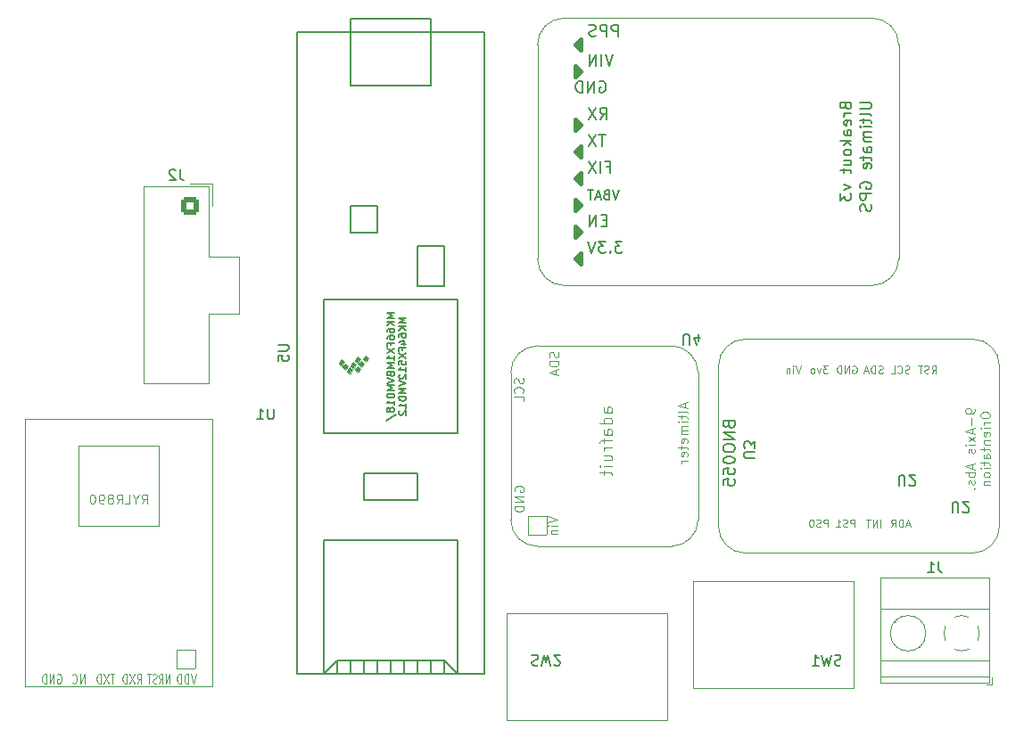
<source format=gbo>
%TF.GenerationSoftware,KiCad,Pcbnew,6.0.5-a6ca702e91~116~ubuntu20.04.1*%
%TF.CreationDate,2022-06-23T19:20:55+02:00*%
%TF.ProjectId,odb,6f64622e-6b69-4636-9164-5f7063625858,3*%
%TF.SameCoordinates,Original*%
%TF.FileFunction,Legend,Bot*%
%TF.FilePolarity,Positive*%
%FSLAX46Y46*%
G04 Gerber Fmt 4.6, Leading zero omitted, Abs format (unit mm)*
G04 Created by KiCad (PCBNEW 6.0.5-a6ca702e91~116~ubuntu20.04.1) date 2022-06-23 19:20:55*
%MOMM*%
%LPD*%
G01*
G04 APERTURE LIST*
G04 Aperture macros list*
%AMRoundRect*
0 Rectangle with rounded corners*
0 $1 Rounding radius*
0 $2 $3 $4 $5 $6 $7 $8 $9 X,Y pos of 4 corners*
0 Add a 4 corners polygon primitive as box body*
4,1,4,$2,$3,$4,$5,$6,$7,$8,$9,$2,$3,0*
0 Add four circle primitives for the rounded corners*
1,1,$1+$1,$2,$3*
1,1,$1+$1,$4,$5*
1,1,$1+$1,$6,$7*
1,1,$1+$1,$8,$9*
0 Add four rect primitives between the rounded corners*
20,1,$1+$1,$2,$3,$4,$5,0*
20,1,$1+$1,$4,$5,$6,$7,0*
20,1,$1+$1,$6,$7,$8,$9,0*
20,1,$1+$1,$8,$9,$2,$3,0*%
G04 Aperture macros list end*
%ADD10C,0.150000*%
%ADD11C,0.190500*%
%ADD12C,0.160020*%
%ADD13C,0.121920*%
%ADD14C,0.101600*%
%ADD15C,0.097536*%
%ADD16C,0.152400*%
%ADD17C,0.120000*%
%ADD18C,0.406400*%
%ADD19C,0.050000*%
%ADD20C,0.100000*%
%ADD21C,1.879600*%
%ADD22R,2.600000X2.600000*%
%ADD23C,2.600000*%
%ADD24R,1.600000X1.600000*%
%ADD25C,1.600000*%
%ADD26RoundRect,0.050800X0.889000X-0.889000X0.889000X0.889000X-0.889000X0.889000X-0.889000X-0.889000X0*%
%ADD27C,1.300000*%
%ADD28RoundRect,0.250000X0.600000X0.600000X-0.600000X0.600000X-0.600000X-0.600000X0.600000X-0.600000X0*%
%ADD29C,1.700000*%
%ADD30RoundRect,0.050800X-0.889000X-0.889000X0.889000X-0.889000X0.889000X0.889000X-0.889000X0.889000X0*%
%ADD31C,2.032000*%
G04 APERTURE END LIST*
D10*
%TO.C,SW1*%
X179133333Y-124229261D02*
X178990476Y-124276880D01*
X178752380Y-124276880D01*
X178657142Y-124229261D01*
X178609523Y-124181642D01*
X178561904Y-124086404D01*
X178561904Y-123991166D01*
X178609523Y-123895928D01*
X178657142Y-123848309D01*
X178752380Y-123800690D01*
X178942857Y-123753071D01*
X179038095Y-123705452D01*
X179085714Y-123657833D01*
X179133333Y-123562595D01*
X179133333Y-123467357D01*
X179085714Y-123372119D01*
X179038095Y-123324500D01*
X178942857Y-123276880D01*
X178704761Y-123276880D01*
X178561904Y-123324500D01*
X178228571Y-123276880D02*
X177990476Y-124276880D01*
X177800000Y-123562595D01*
X177609523Y-124276880D01*
X177371428Y-123276880D01*
X176466666Y-124276880D02*
X177038095Y-124276880D01*
X176752380Y-124276880D02*
X176752380Y-123276880D01*
X176847619Y-123419738D01*
X176942857Y-123514976D01*
X177038095Y-123562595D01*
%TO.C,SW2*%
X149853740Y-123333082D02*
X149996597Y-123285463D01*
X150234693Y-123285463D01*
X150329931Y-123333082D01*
X150377550Y-123380701D01*
X150425169Y-123475939D01*
X150425169Y-123571177D01*
X150377550Y-123666415D01*
X150329931Y-123714034D01*
X150234693Y-123761653D01*
X150044216Y-123809272D01*
X149948978Y-123856891D01*
X149901359Y-123904510D01*
X149853740Y-123999748D01*
X149853740Y-124094986D01*
X149901359Y-124190224D01*
X149948978Y-124237844D01*
X150044216Y-124285463D01*
X150282312Y-124285463D01*
X150425169Y-124237844D01*
X150758502Y-124285463D02*
X150996597Y-123285463D01*
X151187074Y-123999748D01*
X151377550Y-123285463D01*
X151615645Y-124285463D01*
X151948978Y-124190224D02*
X151996597Y-124237844D01*
X152091835Y-124285463D01*
X152329931Y-124285463D01*
X152425169Y-124237844D01*
X152472788Y-124190224D01*
X152520407Y-124094986D01*
X152520407Y-123999748D01*
X152472788Y-123856891D01*
X151901359Y-123285463D01*
X152520407Y-123285463D01*
%TO.C,J1*%
X188420333Y-114416880D02*
X188420333Y-115131166D01*
X188467952Y-115274023D01*
X188563190Y-115369261D01*
X188706047Y-115416880D01*
X188801285Y-115416880D01*
X187420333Y-115416880D02*
X187991761Y-115416880D01*
X187706047Y-115416880D02*
X187706047Y-114416880D01*
X187801285Y-114559738D01*
X187896523Y-114654976D01*
X187991761Y-114702595D01*
%TO.C,U4*%
X164211095Y-93812061D02*
X164211095Y-93002537D01*
X164258714Y-92907299D01*
X164306333Y-92859680D01*
X164401571Y-92812061D01*
X164592047Y-92812061D01*
X164687285Y-92859680D01*
X164734904Y-92907299D01*
X164782523Y-93002537D01*
X164782523Y-93812061D01*
X165687285Y-93478727D02*
X165687285Y-92812061D01*
X165449190Y-93859680D02*
X165211095Y-93145394D01*
X165830142Y-93145394D01*
D11*
X180987095Y-70785290D02*
X181860976Y-70785290D01*
X181963785Y-70836695D01*
X182015190Y-70888100D01*
X182066595Y-70990909D01*
X182066595Y-71196528D01*
X182015190Y-71299338D01*
X181963785Y-71350743D01*
X181860976Y-71402147D01*
X180987095Y-71402147D01*
X182066595Y-72070409D02*
X182015190Y-71967600D01*
X181912380Y-71916195D01*
X180987095Y-71916195D01*
X181346928Y-72327433D02*
X181346928Y-72738671D01*
X180987095Y-72481647D02*
X181912380Y-72481647D01*
X182015190Y-72533052D01*
X182066595Y-72635862D01*
X182066595Y-72738671D01*
X182066595Y-73098505D02*
X181346928Y-73098505D01*
X180987095Y-73098505D02*
X181038500Y-73047100D01*
X181089904Y-73098505D01*
X181038500Y-73149909D01*
X180987095Y-73098505D01*
X181089904Y-73098505D01*
X182066595Y-73612552D02*
X181346928Y-73612552D01*
X181449738Y-73612552D02*
X181398333Y-73663957D01*
X181346928Y-73766767D01*
X181346928Y-73920981D01*
X181398333Y-74023790D01*
X181501142Y-74075195D01*
X182066595Y-74075195D01*
X181501142Y-74075195D02*
X181398333Y-74126600D01*
X181346928Y-74229409D01*
X181346928Y-74383624D01*
X181398333Y-74486433D01*
X181501142Y-74537838D01*
X182066595Y-74537838D01*
X182066595Y-75514528D02*
X181501142Y-75514528D01*
X181398333Y-75463124D01*
X181346928Y-75360314D01*
X181346928Y-75154695D01*
X181398333Y-75051886D01*
X182015190Y-75514528D02*
X182066595Y-75411719D01*
X182066595Y-75154695D01*
X182015190Y-75051886D01*
X181912380Y-75000481D01*
X181809571Y-75000481D01*
X181706761Y-75051886D01*
X181655357Y-75154695D01*
X181655357Y-75411719D01*
X181603952Y-75514528D01*
X181346928Y-75874362D02*
X181346928Y-76285600D01*
X180987095Y-76028576D02*
X181912380Y-76028576D01*
X182015190Y-76079981D01*
X182066595Y-76182790D01*
X182066595Y-76285600D01*
X182015190Y-77056671D02*
X182066595Y-76953862D01*
X182066595Y-76748243D01*
X182015190Y-76645433D01*
X181912380Y-76594028D01*
X181501142Y-76594028D01*
X181398333Y-76645433D01*
X181346928Y-76748243D01*
X181346928Y-76953862D01*
X181398333Y-77056671D01*
X181501142Y-77108076D01*
X181603952Y-77108076D01*
X181706761Y-76594028D01*
X181038500Y-78958647D02*
X180987095Y-78855838D01*
X180987095Y-78701624D01*
X181038500Y-78547409D01*
X181141309Y-78444600D01*
X181244119Y-78393195D01*
X181449738Y-78341790D01*
X181603952Y-78341790D01*
X181809571Y-78393195D01*
X181912380Y-78444600D01*
X182015190Y-78547409D01*
X182066595Y-78701624D01*
X182066595Y-78804433D01*
X182015190Y-78958647D01*
X181963785Y-79010052D01*
X181603952Y-79010052D01*
X181603952Y-78804433D01*
X182066595Y-79472695D02*
X180987095Y-79472695D01*
X180987095Y-79883933D01*
X181038500Y-79986743D01*
X181089904Y-80038147D01*
X181192714Y-80089552D01*
X181346928Y-80089552D01*
X181449738Y-80038147D01*
X181501142Y-79986743D01*
X181552547Y-79883933D01*
X181552547Y-79472695D01*
X182015190Y-80500790D02*
X182066595Y-80655005D01*
X182066595Y-80912028D01*
X182015190Y-81014838D01*
X181963785Y-81066243D01*
X181860976Y-81117647D01*
X181758166Y-81117647D01*
X181655357Y-81066243D01*
X181603952Y-81014838D01*
X181552547Y-80912028D01*
X181501142Y-80706409D01*
X181449738Y-80603600D01*
X181398333Y-80552195D01*
X181295523Y-80500790D01*
X181192714Y-80500790D01*
X181089904Y-80552195D01*
X181038500Y-80603600D01*
X180987095Y-80706409D01*
X180987095Y-80963433D01*
X181038500Y-81117647D01*
D12*
X158109793Y-79106482D02*
X157807533Y-80013262D01*
X157505273Y-79106482D01*
X156900753Y-79538282D02*
X156771213Y-79581462D01*
X156728033Y-79624642D01*
X156684853Y-79711002D01*
X156684853Y-79840542D01*
X156728033Y-79926902D01*
X156771213Y-79970082D01*
X156857573Y-80013262D01*
X157203013Y-80013262D01*
X157203013Y-79106482D01*
X156900753Y-79106482D01*
X156814393Y-79149662D01*
X156771213Y-79192842D01*
X156728033Y-79279202D01*
X156728033Y-79365562D01*
X156771213Y-79451922D01*
X156814393Y-79495102D01*
X156900753Y-79538282D01*
X157203013Y-79538282D01*
X156339413Y-79754182D02*
X155907613Y-79754182D01*
X156425773Y-80013262D02*
X156123513Y-79106482D01*
X155821253Y-80013262D01*
X155648533Y-79106482D02*
X155130373Y-79106482D01*
X155389453Y-80013262D02*
X155389453Y-79106482D01*
D11*
X156261253Y-68816942D02*
X156364063Y-68765537D01*
X156518277Y-68765537D01*
X156672491Y-68816942D01*
X156775301Y-68919751D01*
X156826705Y-69022561D01*
X156878110Y-69228180D01*
X156878110Y-69382394D01*
X156826705Y-69588013D01*
X156775301Y-69690822D01*
X156672491Y-69793632D01*
X156518277Y-69845037D01*
X156415467Y-69845037D01*
X156261253Y-69793632D01*
X156209848Y-69742227D01*
X156209848Y-69382394D01*
X156415467Y-69382394D01*
X155747205Y-69845037D02*
X155747205Y-68765537D01*
X155130348Y-69845037D01*
X155130348Y-68765537D01*
X154616301Y-69845037D02*
X154616301Y-68765537D01*
X154359277Y-68765537D01*
X154205063Y-68816942D01*
X154102253Y-68919751D01*
X154050848Y-69022561D01*
X153999444Y-69228180D01*
X153999444Y-69382394D01*
X154050848Y-69588013D01*
X154102253Y-69690822D01*
X154205063Y-69793632D01*
X154359277Y-69845037D01*
X154616301Y-69845037D01*
X179596142Y-71145124D02*
X179647547Y-71299338D01*
X179698952Y-71350743D01*
X179801761Y-71402147D01*
X179955976Y-71402147D01*
X180058785Y-71350743D01*
X180110190Y-71299338D01*
X180161595Y-71196528D01*
X180161595Y-70785290D01*
X179082095Y-70785290D01*
X179082095Y-71145124D01*
X179133500Y-71247933D01*
X179184904Y-71299338D01*
X179287714Y-71350743D01*
X179390523Y-71350743D01*
X179493333Y-71299338D01*
X179544738Y-71247933D01*
X179596142Y-71145124D01*
X179596142Y-70785290D01*
X180161595Y-71864790D02*
X179441928Y-71864790D01*
X179647547Y-71864790D02*
X179544738Y-71916195D01*
X179493333Y-71967600D01*
X179441928Y-72070409D01*
X179441928Y-72173219D01*
X180110190Y-72944290D02*
X180161595Y-72841481D01*
X180161595Y-72635862D01*
X180110190Y-72533052D01*
X180007380Y-72481647D01*
X179596142Y-72481647D01*
X179493333Y-72533052D01*
X179441928Y-72635862D01*
X179441928Y-72841481D01*
X179493333Y-72944290D01*
X179596142Y-72995695D01*
X179698952Y-72995695D01*
X179801761Y-72481647D01*
X180161595Y-73920981D02*
X179596142Y-73920981D01*
X179493333Y-73869576D01*
X179441928Y-73766767D01*
X179441928Y-73561147D01*
X179493333Y-73458338D01*
X180110190Y-73920981D02*
X180161595Y-73818171D01*
X180161595Y-73561147D01*
X180110190Y-73458338D01*
X180007380Y-73406933D01*
X179904571Y-73406933D01*
X179801761Y-73458338D01*
X179750357Y-73561147D01*
X179750357Y-73818171D01*
X179698952Y-73920981D01*
X180161595Y-74435028D02*
X179082095Y-74435028D01*
X179750357Y-74537838D02*
X180161595Y-74846267D01*
X179441928Y-74846267D02*
X179853166Y-74435028D01*
X180161595Y-75463124D02*
X180110190Y-75360314D01*
X180058785Y-75308909D01*
X179955976Y-75257505D01*
X179647547Y-75257505D01*
X179544738Y-75308909D01*
X179493333Y-75360314D01*
X179441928Y-75463124D01*
X179441928Y-75617338D01*
X179493333Y-75720147D01*
X179544738Y-75771552D01*
X179647547Y-75822957D01*
X179955976Y-75822957D01*
X180058785Y-75771552D01*
X180110190Y-75720147D01*
X180161595Y-75617338D01*
X180161595Y-75463124D01*
X179441928Y-76748243D02*
X180161595Y-76748243D01*
X179441928Y-76285600D02*
X180007380Y-76285600D01*
X180110190Y-76337005D01*
X180161595Y-76439814D01*
X180161595Y-76594028D01*
X180110190Y-76696838D01*
X180058785Y-76748243D01*
X179441928Y-77108076D02*
X179441928Y-77519314D01*
X179082095Y-77262290D02*
X180007380Y-77262290D01*
X180110190Y-77313695D01*
X180161595Y-77416505D01*
X180161595Y-77519314D01*
X179441928Y-78598814D02*
X180161595Y-78855838D01*
X179441928Y-79112862D01*
X179082095Y-79421290D02*
X179082095Y-80089552D01*
X179493333Y-79729719D01*
X179493333Y-79883933D01*
X179544738Y-79986743D01*
X179596142Y-80038147D01*
X179698952Y-80089552D01*
X179955976Y-80089552D01*
X180058785Y-80038147D01*
X180110190Y-79986743D01*
X180161595Y-79883933D01*
X180161595Y-79575505D01*
X180110190Y-79472695D01*
X180058785Y-79421290D01*
X157531253Y-66225537D02*
X157171420Y-67305037D01*
X156811586Y-66225537D01*
X156451753Y-67305037D02*
X156451753Y-66225537D01*
X155937705Y-67305037D02*
X155937705Y-66225537D01*
X155320848Y-67305037D01*
X155320848Y-66225537D01*
X156914396Y-76899584D02*
X157274229Y-76899584D01*
X157274229Y-77465037D02*
X157274229Y-76385537D01*
X156760182Y-76385537D01*
X156348944Y-77465037D02*
X156348944Y-76385537D01*
X155937705Y-76385537D02*
X155218039Y-77465037D01*
X155218039Y-76385537D02*
X155937705Y-77465037D01*
X157993896Y-64511037D02*
X157993896Y-63431537D01*
X157582658Y-63431537D01*
X157479848Y-63482942D01*
X157428444Y-63534346D01*
X157377039Y-63637156D01*
X157377039Y-63791370D01*
X157428444Y-63894180D01*
X157479848Y-63945584D01*
X157582658Y-63996989D01*
X157993896Y-63996989D01*
X156914396Y-64511037D02*
X156914396Y-63431537D01*
X156503158Y-63431537D01*
X156400348Y-63482942D01*
X156348944Y-63534346D01*
X156297539Y-63637156D01*
X156297539Y-63791370D01*
X156348944Y-63894180D01*
X156400348Y-63945584D01*
X156503158Y-63996989D01*
X156914396Y-63996989D01*
X155886301Y-64459632D02*
X155732086Y-64511037D01*
X155475063Y-64511037D01*
X155372253Y-64459632D01*
X155320848Y-64408227D01*
X155269444Y-64305418D01*
X155269444Y-64202608D01*
X155320848Y-64099799D01*
X155372253Y-64048394D01*
X155475063Y-63996989D01*
X155680682Y-63945584D01*
X155783491Y-63894180D01*
X155834896Y-63842775D01*
X155886301Y-63739965D01*
X155886301Y-63637156D01*
X155834896Y-63534346D01*
X155783491Y-63482942D01*
X155680682Y-63431537D01*
X155423658Y-63431537D01*
X155269444Y-63482942D01*
X156811586Y-73845537D02*
X156194729Y-73845537D01*
X156503158Y-74925037D02*
X156503158Y-73845537D01*
X155937705Y-73845537D02*
X155218039Y-74925037D01*
X155218039Y-73845537D02*
X155937705Y-74925037D01*
X156297539Y-72385037D02*
X156657372Y-71870989D01*
X156914396Y-72385037D02*
X156914396Y-71305537D01*
X156503158Y-71305537D01*
X156400348Y-71356942D01*
X156348944Y-71408346D01*
X156297539Y-71511156D01*
X156297539Y-71665370D01*
X156348944Y-71768180D01*
X156400348Y-71819584D01*
X156503158Y-71870989D01*
X156914396Y-71870989D01*
X155937705Y-71305537D02*
X155218039Y-72385037D01*
X155218039Y-71305537D02*
X155937705Y-72385037D01*
X158405134Y-84005537D02*
X157736872Y-84005537D01*
X158096705Y-84416775D01*
X157942491Y-84416775D01*
X157839682Y-84468180D01*
X157788277Y-84519584D01*
X157736872Y-84622394D01*
X157736872Y-84879418D01*
X157788277Y-84982227D01*
X157839682Y-85033632D01*
X157942491Y-85085037D01*
X158250920Y-85085037D01*
X158353729Y-85033632D01*
X158405134Y-84982227D01*
X157274229Y-84982227D02*
X157222825Y-85033632D01*
X157274229Y-85085037D01*
X157325634Y-85033632D01*
X157274229Y-84982227D01*
X157274229Y-85085037D01*
X156862991Y-84005537D02*
X156194729Y-84005537D01*
X156554563Y-84416775D01*
X156400348Y-84416775D01*
X156297539Y-84468180D01*
X156246134Y-84519584D01*
X156194729Y-84622394D01*
X156194729Y-84879418D01*
X156246134Y-84982227D01*
X156297539Y-85033632D01*
X156400348Y-85085037D01*
X156708777Y-85085037D01*
X156811586Y-85033632D01*
X156862991Y-84982227D01*
X155886301Y-84005537D02*
X155526467Y-85085037D01*
X155166634Y-84005537D01*
X156914396Y-81979584D02*
X156554563Y-81979584D01*
X156400348Y-82545037D02*
X156914396Y-82545037D01*
X156914396Y-81465537D01*
X156400348Y-81465537D01*
X155937705Y-82545037D02*
X155937705Y-81465537D01*
X155320848Y-82545037D01*
X155320848Y-81465537D01*
D10*
%TO.C,U5*%
X125746447Y-93822537D02*
X126555971Y-93822537D01*
X126651209Y-93870156D01*
X126698828Y-93917775D01*
X126746447Y-94013013D01*
X126746447Y-94203489D01*
X126698828Y-94298727D01*
X126651209Y-94346346D01*
X126555971Y-94393965D01*
X125746447Y-94393965D01*
X125746447Y-95346346D02*
X125746447Y-94870156D01*
X126222638Y-94822537D01*
X126175019Y-94870156D01*
X126127400Y-94965394D01*
X126127400Y-95203489D01*
X126175019Y-95298727D01*
X126222638Y-95346346D01*
X126317876Y-95393965D01*
X126555971Y-95393965D01*
X126651209Y-95346346D01*
X126698828Y-95298727D01*
X126746447Y-95203489D01*
X126746447Y-94965394D01*
X126698828Y-94870156D01*
X126651209Y-94822537D01*
X137913733Y-91254442D02*
X137213733Y-91254442D01*
X137713733Y-91487775D01*
X137213733Y-91721108D01*
X137913733Y-91721108D01*
X137913733Y-92054442D02*
X137213733Y-92054442D01*
X137913733Y-92454442D02*
X137513733Y-92154442D01*
X137213733Y-92454442D02*
X137613733Y-92054442D01*
X137213733Y-93054442D02*
X137213733Y-92921108D01*
X137247067Y-92854442D01*
X137280400Y-92821108D01*
X137380400Y-92754442D01*
X137513733Y-92721108D01*
X137780400Y-92721108D01*
X137847067Y-92754442D01*
X137880400Y-92787775D01*
X137913733Y-92854442D01*
X137913733Y-92987775D01*
X137880400Y-93054442D01*
X137847067Y-93087775D01*
X137780400Y-93121108D01*
X137613733Y-93121108D01*
X137547067Y-93087775D01*
X137513733Y-93054442D01*
X137480400Y-92987775D01*
X137480400Y-92854442D01*
X137513733Y-92787775D01*
X137547067Y-92754442D01*
X137613733Y-92721108D01*
X137447067Y-93721108D02*
X137913733Y-93721108D01*
X137180400Y-93554442D02*
X137680400Y-93387775D01*
X137680400Y-93821108D01*
X137547067Y-94321108D02*
X137547067Y-94087775D01*
X137913733Y-94087775D02*
X137213733Y-94087775D01*
X137213733Y-94421108D01*
X137213733Y-94621108D02*
X137913733Y-95087775D01*
X137213733Y-95087775D02*
X137913733Y-94621108D01*
X137213733Y-95687775D02*
X137213733Y-95354442D01*
X137547067Y-95321108D01*
X137513733Y-95354442D01*
X137480400Y-95421108D01*
X137480400Y-95587775D01*
X137513733Y-95654442D01*
X137547067Y-95687775D01*
X137613733Y-95721108D01*
X137780400Y-95721108D01*
X137847067Y-95687775D01*
X137880400Y-95654442D01*
X137913733Y-95587775D01*
X137913733Y-95421108D01*
X137880400Y-95354442D01*
X137847067Y-95321108D01*
X137913733Y-96387775D02*
X137913733Y-95987775D01*
X137913733Y-96187775D02*
X137213733Y-96187775D01*
X137313733Y-96121108D01*
X137380400Y-96054442D01*
X137413733Y-95987775D01*
X137280400Y-96654442D02*
X137247067Y-96687775D01*
X137213733Y-96754442D01*
X137213733Y-96921108D01*
X137247067Y-96987775D01*
X137280400Y-97021108D01*
X137347067Y-97054442D01*
X137413733Y-97054442D01*
X137513733Y-97021108D01*
X137913733Y-96621108D01*
X137913733Y-97054442D01*
X137213733Y-97254442D02*
X137913733Y-97487775D01*
X137213733Y-97721108D01*
X137913733Y-97954442D02*
X137213733Y-97954442D01*
X137713733Y-98187775D01*
X137213733Y-98421108D01*
X137913733Y-98421108D01*
X137913733Y-98754442D02*
X137213733Y-98754442D01*
X137213733Y-98921108D01*
X137247067Y-99021108D01*
X137313733Y-99087775D01*
X137380400Y-99121108D01*
X137513733Y-99154442D01*
X137613733Y-99154442D01*
X137747067Y-99121108D01*
X137813733Y-99087775D01*
X137880400Y-99021108D01*
X137913733Y-98921108D01*
X137913733Y-98754442D01*
X137913733Y-99821108D02*
X137913733Y-99421108D01*
X137913733Y-99621108D02*
X137213733Y-99621108D01*
X137313733Y-99554442D01*
X137380400Y-99487775D01*
X137413733Y-99421108D01*
X137280400Y-100087775D02*
X137247067Y-100121108D01*
X137213733Y-100187775D01*
X137213733Y-100354442D01*
X137247067Y-100421108D01*
X137280400Y-100454442D01*
X137347067Y-100487775D01*
X137413733Y-100487775D01*
X137513733Y-100454442D01*
X137913733Y-100054442D01*
X137913733Y-100487775D01*
X136770733Y-90804442D02*
X136070733Y-90804442D01*
X136570733Y-91037775D01*
X136070733Y-91271108D01*
X136770733Y-91271108D01*
X136770733Y-91604442D02*
X136070733Y-91604442D01*
X136770733Y-92004442D02*
X136370733Y-91704442D01*
X136070733Y-92004442D02*
X136470733Y-91604442D01*
X136070733Y-92604442D02*
X136070733Y-92471108D01*
X136104067Y-92404442D01*
X136137400Y-92371108D01*
X136237400Y-92304442D01*
X136370733Y-92271108D01*
X136637400Y-92271108D01*
X136704067Y-92304442D01*
X136737400Y-92337775D01*
X136770733Y-92404442D01*
X136770733Y-92537775D01*
X136737400Y-92604442D01*
X136704067Y-92637775D01*
X136637400Y-92671108D01*
X136470733Y-92671108D01*
X136404067Y-92637775D01*
X136370733Y-92604442D01*
X136337400Y-92537775D01*
X136337400Y-92404442D01*
X136370733Y-92337775D01*
X136404067Y-92304442D01*
X136470733Y-92271108D01*
X136070733Y-93271108D02*
X136070733Y-93137775D01*
X136104067Y-93071108D01*
X136137400Y-93037775D01*
X136237400Y-92971108D01*
X136370733Y-92937775D01*
X136637400Y-92937775D01*
X136704067Y-92971108D01*
X136737400Y-93004442D01*
X136770733Y-93071108D01*
X136770733Y-93204442D01*
X136737400Y-93271108D01*
X136704067Y-93304442D01*
X136637400Y-93337775D01*
X136470733Y-93337775D01*
X136404067Y-93304442D01*
X136370733Y-93271108D01*
X136337400Y-93204442D01*
X136337400Y-93071108D01*
X136370733Y-93004442D01*
X136404067Y-92971108D01*
X136470733Y-92937775D01*
X136404067Y-93871108D02*
X136404067Y-93637775D01*
X136770733Y-93637775D02*
X136070733Y-93637775D01*
X136070733Y-93971108D01*
X136070733Y-94171108D02*
X136770733Y-94637775D01*
X136070733Y-94637775D02*
X136770733Y-94171108D01*
X136770733Y-95271108D02*
X136770733Y-94871108D01*
X136770733Y-95071108D02*
X136070733Y-95071108D01*
X136170733Y-95004442D01*
X136237400Y-94937775D01*
X136270733Y-94871108D01*
X136770733Y-95571108D02*
X136070733Y-95571108D01*
X136570733Y-95804442D01*
X136070733Y-96037775D01*
X136770733Y-96037775D01*
X136404067Y-96604442D02*
X136437400Y-96704442D01*
X136470733Y-96737775D01*
X136537400Y-96771108D01*
X136637400Y-96771108D01*
X136704067Y-96737775D01*
X136737400Y-96704442D01*
X136770733Y-96637775D01*
X136770733Y-96371108D01*
X136070733Y-96371108D01*
X136070733Y-96604442D01*
X136104067Y-96671108D01*
X136137400Y-96704442D01*
X136204067Y-96737775D01*
X136270733Y-96737775D01*
X136337400Y-96704442D01*
X136370733Y-96671108D01*
X136404067Y-96604442D01*
X136404067Y-96371108D01*
X136070733Y-96971108D02*
X136770733Y-97204442D01*
X136070733Y-97437775D01*
X136770733Y-97671108D02*
X136070733Y-97671108D01*
X136570733Y-97904442D01*
X136070733Y-98137775D01*
X136770733Y-98137775D01*
X136770733Y-98471108D02*
X136070733Y-98471108D01*
X136070733Y-98637775D01*
X136104067Y-98737775D01*
X136170733Y-98804442D01*
X136237400Y-98837775D01*
X136370733Y-98871108D01*
X136470733Y-98871108D01*
X136604067Y-98837775D01*
X136670733Y-98804442D01*
X136737400Y-98737775D01*
X136770733Y-98637775D01*
X136770733Y-98471108D01*
X136770733Y-99537775D02*
X136770733Y-99137775D01*
X136770733Y-99337775D02*
X136070733Y-99337775D01*
X136170733Y-99271108D01*
X136237400Y-99204442D01*
X136270733Y-99137775D01*
X136370733Y-99937775D02*
X136337400Y-99871108D01*
X136304067Y-99837775D01*
X136237400Y-99804442D01*
X136204067Y-99804442D01*
X136137400Y-99837775D01*
X136104067Y-99871108D01*
X136070733Y-99937775D01*
X136070733Y-100071108D01*
X136104067Y-100137775D01*
X136137400Y-100171108D01*
X136204067Y-100204442D01*
X136237400Y-100204442D01*
X136304067Y-100171108D01*
X136337400Y-100137775D01*
X136370733Y-100071108D01*
X136370733Y-99937775D01*
X136404067Y-99871108D01*
X136437400Y-99837775D01*
X136504067Y-99804442D01*
X136637400Y-99804442D01*
X136704067Y-99837775D01*
X136737400Y-99871108D01*
X136770733Y-99937775D01*
X136770733Y-100071108D01*
X136737400Y-100137775D01*
X136704067Y-100171108D01*
X136637400Y-100204442D01*
X136504067Y-100204442D01*
X136437400Y-100171108D01*
X136404067Y-100137775D01*
X136370733Y-100071108D01*
X136037400Y-101004442D02*
X136937400Y-100404442D01*
%TO.C,U1*%
X125348904Y-99896880D02*
X125348904Y-100706404D01*
X125301285Y-100801642D01*
X125253666Y-100849261D01*
X125158428Y-100896880D01*
X124967952Y-100896880D01*
X124872714Y-100849261D01*
X124825095Y-100801642D01*
X124777476Y-100706404D01*
X124777476Y-99896880D01*
X123777476Y-100896880D02*
X124348904Y-100896880D01*
X124063190Y-100896880D02*
X124063190Y-99896880D01*
X124158428Y-100039738D01*
X124253666Y-100134976D01*
X124348904Y-100182595D01*
D13*
X107357000Y-125990912D02*
X107357000Y-125096832D01*
X106957000Y-125990912D01*
X106957000Y-125096832D01*
X106223666Y-125905762D02*
X106257000Y-125948337D01*
X106357000Y-125990912D01*
X106423666Y-125990912D01*
X106523666Y-125948337D01*
X106590333Y-125863187D01*
X106623666Y-125778036D01*
X106657000Y-125607735D01*
X106657000Y-125480009D01*
X106623666Y-125309708D01*
X106590333Y-125224558D01*
X106523666Y-125139408D01*
X106423666Y-125096832D01*
X106357000Y-125096832D01*
X106257000Y-125139408D01*
X106223666Y-125181983D01*
X117940333Y-125096832D02*
X117707000Y-125990912D01*
X117473666Y-125096832D01*
X117240333Y-125990912D02*
X117240333Y-125096832D01*
X117073666Y-125096832D01*
X116973666Y-125139408D01*
X116907000Y-125224558D01*
X116873666Y-125309708D01*
X116840333Y-125480009D01*
X116840333Y-125607735D01*
X116873666Y-125778036D01*
X116907000Y-125863187D01*
X116973666Y-125948337D01*
X117073666Y-125990912D01*
X117240333Y-125990912D01*
X116540333Y-125990912D02*
X116540333Y-125096832D01*
X116373666Y-125096832D01*
X116273666Y-125139408D01*
X116207000Y-125224558D01*
X116173666Y-125309708D01*
X116140333Y-125480009D01*
X116140333Y-125607735D01*
X116173666Y-125778036D01*
X116207000Y-125863187D01*
X116273666Y-125948337D01*
X116373666Y-125990912D01*
X116540333Y-125990912D01*
X104800333Y-125139408D02*
X104867000Y-125096832D01*
X104967000Y-125096832D01*
X105067000Y-125139408D01*
X105133666Y-125224558D01*
X105167000Y-125309708D01*
X105200333Y-125480009D01*
X105200333Y-125607735D01*
X105167000Y-125778036D01*
X105133666Y-125863187D01*
X105067000Y-125948337D01*
X104967000Y-125990912D01*
X104900333Y-125990912D01*
X104800333Y-125948337D01*
X104767000Y-125905762D01*
X104767000Y-125607735D01*
X104900333Y-125607735D01*
X104467000Y-125990912D02*
X104467000Y-125096832D01*
X104067000Y-125990912D01*
X104067000Y-125096832D01*
X103733666Y-125990912D02*
X103733666Y-125096832D01*
X103567000Y-125096832D01*
X103467000Y-125139408D01*
X103400333Y-125224558D01*
X103367000Y-125309708D01*
X103333666Y-125480009D01*
X103333666Y-125607735D01*
X103367000Y-125778036D01*
X103400333Y-125863187D01*
X103467000Y-125948337D01*
X103567000Y-125990912D01*
X103733666Y-125990912D01*
X112809624Y-108928964D02*
X113107651Y-108503212D01*
X113320527Y-108928964D02*
X113320527Y-108034884D01*
X112979925Y-108034884D01*
X112894775Y-108077460D01*
X112852200Y-108120035D01*
X112809624Y-108205185D01*
X112809624Y-108332911D01*
X112852200Y-108418061D01*
X112894775Y-108460637D01*
X112979925Y-108503212D01*
X113320527Y-108503212D01*
X112256146Y-108503212D02*
X112256146Y-108928964D01*
X112554173Y-108034884D02*
X112256146Y-108503212D01*
X111958120Y-108034884D01*
X111234340Y-108928964D02*
X111660093Y-108928964D01*
X111660093Y-108034884D01*
X110425411Y-108928964D02*
X110723438Y-108503212D01*
X110936314Y-108928964D02*
X110936314Y-108034884D01*
X110595712Y-108034884D01*
X110510561Y-108077460D01*
X110467986Y-108120035D01*
X110425411Y-108205185D01*
X110425411Y-108332911D01*
X110467986Y-108418061D01*
X110510561Y-108460637D01*
X110595712Y-108503212D01*
X110936314Y-108503212D01*
X109914508Y-108418061D02*
X109999659Y-108375486D01*
X110042234Y-108332911D01*
X110084809Y-108247760D01*
X110084809Y-108205185D01*
X110042234Y-108120035D01*
X109999659Y-108077460D01*
X109914508Y-108034884D01*
X109744207Y-108034884D01*
X109659057Y-108077460D01*
X109616481Y-108120035D01*
X109573906Y-108205185D01*
X109573906Y-108247760D01*
X109616481Y-108332911D01*
X109659057Y-108375486D01*
X109744207Y-108418061D01*
X109914508Y-108418061D01*
X109999659Y-108460637D01*
X110042234Y-108503212D01*
X110084809Y-108588362D01*
X110084809Y-108758663D01*
X110042234Y-108843814D01*
X109999659Y-108886389D01*
X109914508Y-108928964D01*
X109744207Y-108928964D01*
X109659057Y-108886389D01*
X109616481Y-108843814D01*
X109573906Y-108758663D01*
X109573906Y-108588362D01*
X109616481Y-108503212D01*
X109659057Y-108460637D01*
X109744207Y-108418061D01*
X109148154Y-108928964D02*
X108977853Y-108928964D01*
X108892702Y-108886389D01*
X108850127Y-108843814D01*
X108764977Y-108716088D01*
X108722401Y-108545787D01*
X108722401Y-108205185D01*
X108764977Y-108120035D01*
X108807552Y-108077460D01*
X108892702Y-108034884D01*
X109063003Y-108034884D01*
X109148154Y-108077460D01*
X109190729Y-108120035D01*
X109233304Y-108205185D01*
X109233304Y-108418061D01*
X109190729Y-108503212D01*
X109148154Y-108545787D01*
X109063003Y-108588362D01*
X108892702Y-108588362D01*
X108807552Y-108545787D01*
X108764977Y-108503212D01*
X108722401Y-108418061D01*
X108168923Y-108034884D02*
X108083773Y-108034884D01*
X107998622Y-108077460D01*
X107956047Y-108120035D01*
X107913472Y-108205185D01*
X107870897Y-108375486D01*
X107870897Y-108588362D01*
X107913472Y-108758663D01*
X107956047Y-108843814D01*
X107998622Y-108886389D01*
X108083773Y-108928964D01*
X108168923Y-108928964D01*
X108254074Y-108886389D01*
X108296649Y-108843814D01*
X108339224Y-108758663D01*
X108381800Y-108588362D01*
X108381800Y-108375486D01*
X108339224Y-108205185D01*
X108296649Y-108120035D01*
X108254074Y-108077460D01*
X108168923Y-108034884D01*
X110230333Y-125096832D02*
X109830333Y-125096832D01*
X110030333Y-125990912D02*
X110030333Y-125096832D01*
X109663666Y-125096832D02*
X109197000Y-125990912D01*
X109197000Y-125096832D02*
X109663666Y-125990912D01*
X108930333Y-125990912D02*
X108930333Y-125096832D01*
X108763666Y-125096832D01*
X108663666Y-125139408D01*
X108597000Y-125224558D01*
X108563666Y-125309708D01*
X108530333Y-125480009D01*
X108530333Y-125607735D01*
X108563666Y-125778036D01*
X108597000Y-125863187D01*
X108663666Y-125948337D01*
X108763666Y-125990912D01*
X108930333Y-125990912D01*
X112353666Y-125990912D02*
X112587000Y-125565160D01*
X112753666Y-125990912D02*
X112753666Y-125096832D01*
X112487000Y-125096832D01*
X112420333Y-125139408D01*
X112387000Y-125181983D01*
X112353666Y-125267133D01*
X112353666Y-125394859D01*
X112387000Y-125480009D01*
X112420333Y-125522585D01*
X112487000Y-125565160D01*
X112753666Y-125565160D01*
X112120333Y-125096832D02*
X111653666Y-125990912D01*
X111653666Y-125096832D02*
X112120333Y-125990912D01*
X111387000Y-125990912D02*
X111387000Y-125096832D01*
X111220333Y-125096832D01*
X111120333Y-125139408D01*
X111053666Y-125224558D01*
X111020333Y-125309708D01*
X110987000Y-125480009D01*
X110987000Y-125607735D01*
X111020333Y-125778036D01*
X111053666Y-125863187D01*
X111120333Y-125948337D01*
X111220333Y-125990912D01*
X111387000Y-125990912D01*
X115412714Y-125990912D02*
X115412714Y-125096832D01*
X115069857Y-125990912D01*
X115069857Y-125096832D01*
X114441285Y-125990912D02*
X114641285Y-125565160D01*
X114784142Y-125990912D02*
X114784142Y-125096832D01*
X114555571Y-125096832D01*
X114498428Y-125139408D01*
X114469857Y-125181983D01*
X114441285Y-125267133D01*
X114441285Y-125394859D01*
X114469857Y-125480009D01*
X114498428Y-125522585D01*
X114555571Y-125565160D01*
X114784142Y-125565160D01*
X114212714Y-125948337D02*
X114127000Y-125990912D01*
X113984142Y-125990912D01*
X113927000Y-125948337D01*
X113898428Y-125905762D01*
X113869857Y-125820611D01*
X113869857Y-125735461D01*
X113898428Y-125650310D01*
X113927000Y-125607735D01*
X113984142Y-125565160D01*
X114098428Y-125522585D01*
X114155571Y-125480009D01*
X114184142Y-125437434D01*
X114212714Y-125352284D01*
X114212714Y-125267133D01*
X114184142Y-125181983D01*
X114155571Y-125139408D01*
X114098428Y-125096832D01*
X113955571Y-125096832D01*
X113869857Y-125139408D01*
X113698428Y-125096832D02*
X113355571Y-125096832D01*
X113527000Y-125990912D02*
X113527000Y-125096832D01*
D10*
%TO.C,J2*%
X116428427Y-77156880D02*
X116428427Y-77871166D01*
X116476046Y-78014023D01*
X116571284Y-78109261D01*
X116714141Y-78156880D01*
X116809379Y-78156880D01*
X115999855Y-77252119D02*
X115952236Y-77204500D01*
X115856998Y-77156880D01*
X115618903Y-77156880D01*
X115523665Y-77204500D01*
X115476046Y-77252119D01*
X115428427Y-77347357D01*
X115428427Y-77442595D01*
X115476046Y-77585452D01*
X116047474Y-78156880D01*
X115428427Y-78156880D01*
%TO.C,U3*%
X170981619Y-104587404D02*
X170172095Y-104587404D01*
X170076857Y-104539785D01*
X170029238Y-104492166D01*
X169981619Y-104396928D01*
X169981619Y-104206452D01*
X170029238Y-104111214D01*
X170076857Y-104063595D01*
X170172095Y-104015976D01*
X170981619Y-104015976D01*
X170981619Y-103635023D02*
X170981619Y-103015976D01*
X170600666Y-103349309D01*
X170600666Y-103206452D01*
X170553047Y-103111214D01*
X170505428Y-103063595D01*
X170410190Y-103015976D01*
X170172095Y-103015976D01*
X170076857Y-103063595D01*
X170029238Y-103111214D01*
X169981619Y-103206452D01*
X169981619Y-103492166D01*
X170029238Y-103587404D01*
X170076857Y-103635023D01*
D13*
X149002889Y-96980119D02*
X149045464Y-97107844D01*
X149045464Y-97320720D01*
X149002889Y-97405871D01*
X148960314Y-97448446D01*
X148875163Y-97491021D01*
X148790013Y-97491021D01*
X148704862Y-97448446D01*
X148662287Y-97405871D01*
X148619712Y-97320720D01*
X148577137Y-97150420D01*
X148534561Y-97065269D01*
X148491986Y-97022694D01*
X148406836Y-96980119D01*
X148321685Y-96980119D01*
X148236535Y-97022694D01*
X148193960Y-97065269D01*
X148151384Y-97150420D01*
X148151384Y-97363296D01*
X148193960Y-97491021D01*
X148960314Y-98385101D02*
X149002889Y-98342526D01*
X149045464Y-98214800D01*
X149045464Y-98129650D01*
X149002889Y-98001924D01*
X148917739Y-97916774D01*
X148832588Y-97874199D01*
X148662287Y-97831623D01*
X148534561Y-97831623D01*
X148364260Y-97874199D01*
X148279110Y-97916774D01*
X148193960Y-98001924D01*
X148151384Y-98129650D01*
X148151384Y-98214800D01*
X148193960Y-98342526D01*
X148236535Y-98385101D01*
X149045464Y-99194031D02*
X149045464Y-98768279D01*
X148151384Y-98768279D01*
X148224960Y-107763296D02*
X148182384Y-107678145D01*
X148182384Y-107550420D01*
X148224960Y-107422694D01*
X148310110Y-107337543D01*
X148395260Y-107294968D01*
X148565561Y-107252393D01*
X148693287Y-107252393D01*
X148863588Y-107294968D01*
X148948739Y-107337543D01*
X149033889Y-107422694D01*
X149076464Y-107550420D01*
X149076464Y-107635570D01*
X149033889Y-107763296D01*
X148991314Y-107805871D01*
X148693287Y-107805871D01*
X148693287Y-107635570D01*
X149076464Y-108189048D02*
X148182384Y-108189048D01*
X149076464Y-108699951D01*
X148182384Y-108699951D01*
X149076464Y-109125703D02*
X148182384Y-109125703D01*
X148182384Y-109338580D01*
X148224960Y-109466305D01*
X148310110Y-109551456D01*
X148395260Y-109594031D01*
X148565561Y-109636606D01*
X148693287Y-109636606D01*
X148863588Y-109594031D01*
X148948739Y-109551456D01*
X149033889Y-109466305D01*
X149076464Y-109338580D01*
X149076464Y-109125703D01*
X164360013Y-99364534D02*
X164360013Y-99790286D01*
X164615464Y-99279383D02*
X163721384Y-99577410D01*
X164615464Y-99875437D01*
X164615464Y-100301189D02*
X164572889Y-100216039D01*
X164487739Y-100173463D01*
X163721384Y-100173463D01*
X164019411Y-100514065D02*
X164019411Y-100854667D01*
X163721384Y-100641791D02*
X164487739Y-100641791D01*
X164572889Y-100684366D01*
X164615464Y-100769517D01*
X164615464Y-100854667D01*
X164615464Y-101152694D02*
X164019411Y-101152694D01*
X163721384Y-101152694D02*
X163763960Y-101110119D01*
X163806535Y-101152694D01*
X163763960Y-101195269D01*
X163721384Y-101152694D01*
X163806535Y-101152694D01*
X164615464Y-101578446D02*
X164019411Y-101578446D01*
X164104561Y-101578446D02*
X164061986Y-101621021D01*
X164019411Y-101706172D01*
X164019411Y-101833898D01*
X164061986Y-101919048D01*
X164147137Y-101961623D01*
X164615464Y-101961623D01*
X164147137Y-101961623D02*
X164061986Y-102004199D01*
X164019411Y-102089349D01*
X164019411Y-102217075D01*
X164061986Y-102302225D01*
X164147137Y-102344800D01*
X164615464Y-102344800D01*
X164572889Y-103111155D02*
X164615464Y-103026004D01*
X164615464Y-102855703D01*
X164572889Y-102770553D01*
X164487739Y-102727978D01*
X164147137Y-102727978D01*
X164061986Y-102770553D01*
X164019411Y-102855703D01*
X164019411Y-103026004D01*
X164061986Y-103111155D01*
X164147137Y-103153730D01*
X164232287Y-103153730D01*
X164317438Y-102727978D01*
X164019411Y-103409181D02*
X164019411Y-103749783D01*
X163721384Y-103536907D02*
X164487739Y-103536907D01*
X164572889Y-103579482D01*
X164615464Y-103664633D01*
X164615464Y-103749783D01*
X164572889Y-104388412D02*
X164615464Y-104303261D01*
X164615464Y-104132960D01*
X164572889Y-104047810D01*
X164487739Y-104005235D01*
X164147137Y-104005235D01*
X164061986Y-104047810D01*
X164019411Y-104132960D01*
X164019411Y-104303261D01*
X164061986Y-104388412D01*
X164147137Y-104430987D01*
X164232287Y-104430987D01*
X164317438Y-104005235D01*
X164615464Y-104814164D02*
X164019411Y-104814164D01*
X164189712Y-104814164D02*
X164104561Y-104856740D01*
X164061986Y-104899315D01*
X164019411Y-104984465D01*
X164019411Y-105069616D01*
X152315889Y-94478831D02*
X152358464Y-94606557D01*
X152358464Y-94819433D01*
X152315889Y-94904583D01*
X152273314Y-94947159D01*
X152188163Y-94989734D01*
X152103013Y-94989734D01*
X152017862Y-94947159D01*
X151975287Y-94904583D01*
X151932712Y-94819433D01*
X151890137Y-94649132D01*
X151847561Y-94563981D01*
X151804986Y-94521406D01*
X151719836Y-94478831D01*
X151634685Y-94478831D01*
X151549535Y-94521406D01*
X151506960Y-94563981D01*
X151464384Y-94649132D01*
X151464384Y-94862008D01*
X151506960Y-94989734D01*
X152358464Y-95372911D02*
X151464384Y-95372911D01*
X151464384Y-95585787D01*
X151506960Y-95713513D01*
X151592110Y-95798663D01*
X151677260Y-95841239D01*
X151847561Y-95883814D01*
X151975287Y-95883814D01*
X152145588Y-95841239D01*
X152230739Y-95798663D01*
X152315889Y-95713513D01*
X152358464Y-95585787D01*
X152358464Y-95372911D01*
X152103013Y-96224416D02*
X152103013Y-96650168D01*
X152358464Y-96139265D02*
X151464384Y-96437292D01*
X152358464Y-96735319D01*
D14*
X157424361Y-100236473D02*
X156812342Y-100236473D01*
X156701066Y-100180835D01*
X156645428Y-100069559D01*
X156645428Y-99847006D01*
X156701066Y-99735730D01*
X157368723Y-100236473D02*
X157424361Y-100125197D01*
X157424361Y-99847006D01*
X157368723Y-99735730D01*
X157257447Y-99680092D01*
X157146171Y-99680092D01*
X157034895Y-99735730D01*
X156979257Y-99847006D01*
X156979257Y-100125197D01*
X156923619Y-100236473D01*
X157424361Y-101293597D02*
X156255961Y-101293597D01*
X157368723Y-101293597D02*
X157424361Y-101182320D01*
X157424361Y-100959768D01*
X157368723Y-100848492D01*
X157313085Y-100792854D01*
X157201809Y-100737216D01*
X156867980Y-100737216D01*
X156756704Y-100792854D01*
X156701066Y-100848492D01*
X156645428Y-100959768D01*
X156645428Y-101182320D01*
X156701066Y-101293597D01*
X157424361Y-102350720D02*
X156812342Y-102350720D01*
X156701066Y-102295082D01*
X156645428Y-102183806D01*
X156645428Y-101961254D01*
X156701066Y-101849978D01*
X157368723Y-102350720D02*
X157424361Y-102239444D01*
X157424361Y-101961254D01*
X157368723Y-101849978D01*
X157257447Y-101794340D01*
X157146171Y-101794340D01*
X157034895Y-101849978D01*
X156979257Y-101961254D01*
X156979257Y-102239444D01*
X156923619Y-102350720D01*
X156645428Y-102740187D02*
X156645428Y-103185292D01*
X157424361Y-102907101D02*
X156422876Y-102907101D01*
X156311600Y-102962740D01*
X156255961Y-103074016D01*
X156255961Y-103185292D01*
X157424361Y-103574759D02*
X156645428Y-103574759D01*
X156867980Y-103574759D02*
X156756704Y-103630397D01*
X156701066Y-103686035D01*
X156645428Y-103797311D01*
X156645428Y-103908587D01*
X156645428Y-104798797D02*
X157424361Y-104798797D01*
X156645428Y-104298054D02*
X157257447Y-104298054D01*
X157368723Y-104353692D01*
X157424361Y-104464968D01*
X157424361Y-104631882D01*
X157368723Y-104743159D01*
X157313085Y-104798797D01*
X157424361Y-105355178D02*
X156645428Y-105355178D01*
X156255961Y-105355178D02*
X156311600Y-105299540D01*
X156367238Y-105355178D01*
X156311600Y-105410816D01*
X156255961Y-105355178D01*
X156367238Y-105355178D01*
X156645428Y-105744644D02*
X156645428Y-106189749D01*
X156255961Y-105911559D02*
X157257447Y-105911559D01*
X157368723Y-105967197D01*
X157424361Y-106078473D01*
X157424361Y-106189749D01*
D13*
X151346384Y-110109132D02*
X152240464Y-110407159D01*
X151346384Y-110705185D01*
X152240464Y-111003212D02*
X151644411Y-111003212D01*
X151346384Y-111003212D02*
X151388960Y-110960637D01*
X151431535Y-111003212D01*
X151388960Y-111045787D01*
X151346384Y-111003212D01*
X151431535Y-111003212D01*
X151644411Y-111428964D02*
X152240464Y-111428964D01*
X151729561Y-111428964D02*
X151686986Y-111471540D01*
X151644411Y-111556690D01*
X151644411Y-111684416D01*
X151686986Y-111769566D01*
X151772137Y-111812141D01*
X152240464Y-111812141D01*
D10*
%TO.C,U2*%
X184658095Y-107227619D02*
X184658095Y-106418095D01*
X184705714Y-106322857D01*
X184753333Y-106275238D01*
X184848571Y-106227619D01*
X185039047Y-106227619D01*
X185134285Y-106275238D01*
X185181904Y-106322857D01*
X185229523Y-106418095D01*
X185229523Y-107227619D01*
X185658095Y-107132380D02*
X185705714Y-107180000D01*
X185800952Y-107227619D01*
X186039047Y-107227619D01*
X186134285Y-107180000D01*
X186181904Y-107132380D01*
X186229523Y-107037142D01*
X186229523Y-106941904D01*
X186181904Y-106799047D01*
X185610476Y-106227619D01*
X186229523Y-106227619D01*
D15*
X180478628Y-111134071D02*
X180478628Y-110418807D01*
X180206147Y-110418807D01*
X180138026Y-110452868D01*
X180103966Y-110486928D01*
X180069906Y-110555048D01*
X180069906Y-110657229D01*
X180103966Y-110725349D01*
X180138026Y-110759409D01*
X180206147Y-110793469D01*
X180478628Y-110793469D01*
X179797425Y-111100011D02*
X179695244Y-111134071D01*
X179524943Y-111134071D01*
X179456823Y-111100011D01*
X179422762Y-111065951D01*
X179388702Y-110997831D01*
X179388702Y-110929710D01*
X179422762Y-110861590D01*
X179456823Y-110827530D01*
X179524943Y-110793469D01*
X179661184Y-110759409D01*
X179729304Y-110725349D01*
X179763364Y-110691289D01*
X179797425Y-110623168D01*
X179797425Y-110555048D01*
X179763364Y-110486928D01*
X179729304Y-110452868D01*
X179661184Y-110418807D01*
X179490883Y-110418807D01*
X179388702Y-110452868D01*
X178707498Y-111134071D02*
X179116221Y-111134071D01*
X178911860Y-111134071D02*
X178911860Y-110418807D01*
X178979980Y-110520988D01*
X179048100Y-110589108D01*
X179116221Y-110623168D01*
X180282057Y-95847868D02*
X180350177Y-95813807D01*
X180452358Y-95813807D01*
X180554538Y-95847868D01*
X180622658Y-95915988D01*
X180656719Y-95984108D01*
X180690779Y-96120349D01*
X180690779Y-96222530D01*
X180656719Y-96358770D01*
X180622658Y-96426891D01*
X180554538Y-96495011D01*
X180452358Y-96529071D01*
X180384237Y-96529071D01*
X180282057Y-96495011D01*
X180247996Y-96460951D01*
X180247996Y-96222530D01*
X180384237Y-96222530D01*
X179941455Y-96529071D02*
X179941455Y-95813807D01*
X179532732Y-96529071D01*
X179532732Y-95813807D01*
X179192130Y-96529071D02*
X179192130Y-95813807D01*
X179021830Y-95813807D01*
X178919649Y-95847868D01*
X178851529Y-95915988D01*
X178817468Y-95984108D01*
X178783408Y-96120349D01*
X178783408Y-96222530D01*
X178817468Y-96358770D01*
X178851529Y-96426891D01*
X178919649Y-96495011D01*
X179021830Y-96529071D01*
X179192130Y-96529071D01*
X185668598Y-96495011D02*
X185566418Y-96529071D01*
X185396117Y-96529071D01*
X185327996Y-96495011D01*
X185293936Y-96460951D01*
X185259876Y-96392831D01*
X185259876Y-96324710D01*
X185293936Y-96256590D01*
X185327996Y-96222530D01*
X185396117Y-96188469D01*
X185532358Y-96154409D01*
X185600478Y-96120349D01*
X185634538Y-96086289D01*
X185668598Y-96018168D01*
X185668598Y-95950048D01*
X185634538Y-95881928D01*
X185600478Y-95847868D01*
X185532358Y-95813807D01*
X185362057Y-95813807D01*
X185259876Y-95847868D01*
X184544612Y-96460951D02*
X184578672Y-96495011D01*
X184680853Y-96529071D01*
X184748973Y-96529071D01*
X184851154Y-96495011D01*
X184919274Y-96426891D01*
X184953334Y-96358770D01*
X184987394Y-96222530D01*
X184987394Y-96120349D01*
X184953334Y-95984108D01*
X184919274Y-95915988D01*
X184851154Y-95847868D01*
X184748973Y-95813807D01*
X184680853Y-95813807D01*
X184578672Y-95847868D01*
X184544612Y-95881928D01*
X183897468Y-96529071D02*
X184238070Y-96529071D01*
X184238070Y-95813807D01*
X177938628Y-111134071D02*
X177938628Y-110418807D01*
X177666147Y-110418807D01*
X177598026Y-110452868D01*
X177563966Y-110486928D01*
X177529906Y-110555048D01*
X177529906Y-110657229D01*
X177563966Y-110725349D01*
X177598026Y-110759409D01*
X177666147Y-110793469D01*
X177938628Y-110793469D01*
X177257425Y-111100011D02*
X177155244Y-111134071D01*
X176984943Y-111134071D01*
X176916823Y-111100011D01*
X176882762Y-111065951D01*
X176848702Y-110997831D01*
X176848702Y-110929710D01*
X176882762Y-110861590D01*
X176916823Y-110827530D01*
X176984943Y-110793469D01*
X177121184Y-110759409D01*
X177189304Y-110725349D01*
X177223364Y-110691289D01*
X177257425Y-110623168D01*
X177257425Y-110555048D01*
X177223364Y-110486928D01*
X177189304Y-110452868D01*
X177121184Y-110418807D01*
X176950883Y-110418807D01*
X176848702Y-110452868D01*
X176405920Y-110418807D02*
X176337799Y-110418807D01*
X176269679Y-110452868D01*
X176235619Y-110486928D01*
X176201559Y-110555048D01*
X176167498Y-110691289D01*
X176167498Y-110861590D01*
X176201559Y-110997831D01*
X176235619Y-111065951D01*
X176269679Y-111100011D01*
X176337799Y-111134071D01*
X176405920Y-111134071D01*
X176474040Y-111100011D01*
X176508100Y-111065951D01*
X176542161Y-110997831D01*
X176576221Y-110861590D01*
X176576221Y-110691289D01*
X176542161Y-110555048D01*
X176508100Y-110486928D01*
X176474040Y-110452868D01*
X176405920Y-110418807D01*
X187788786Y-96529071D02*
X188027207Y-96188469D01*
X188197508Y-96529071D02*
X188197508Y-95813807D01*
X187925026Y-95813807D01*
X187856906Y-95847868D01*
X187822846Y-95881928D01*
X187788786Y-95950048D01*
X187788786Y-96052229D01*
X187822846Y-96120349D01*
X187856906Y-96154409D01*
X187925026Y-96188469D01*
X188197508Y-96188469D01*
X187516304Y-96495011D02*
X187414124Y-96529071D01*
X187243823Y-96529071D01*
X187175702Y-96495011D01*
X187141642Y-96460951D01*
X187107582Y-96392831D01*
X187107582Y-96324710D01*
X187141642Y-96256590D01*
X187175702Y-96222530D01*
X187243823Y-96188469D01*
X187380063Y-96154409D01*
X187448184Y-96120349D01*
X187482244Y-96086289D01*
X187516304Y-96018168D01*
X187516304Y-95950048D01*
X187482244Y-95881928D01*
X187448184Y-95847868D01*
X187380063Y-95813807D01*
X187209762Y-95813807D01*
X187107582Y-95847868D01*
X186903221Y-95813807D02*
X186494498Y-95813807D01*
X186698860Y-96529071D02*
X186698860Y-95813807D01*
X185716658Y-110929710D02*
X185376057Y-110929710D01*
X185784779Y-111134071D02*
X185546358Y-110418807D01*
X185307936Y-111134071D01*
X185069515Y-111134071D02*
X185069515Y-110418807D01*
X184899214Y-110418807D01*
X184797033Y-110452868D01*
X184728913Y-110520988D01*
X184694853Y-110589108D01*
X184660793Y-110725349D01*
X184660793Y-110827530D01*
X184694853Y-110963770D01*
X184728913Y-111031891D01*
X184797033Y-111100011D01*
X184899214Y-111134071D01*
X185069515Y-111134071D01*
X183945529Y-111134071D02*
X184183950Y-110793469D01*
X184354251Y-111134071D02*
X184354251Y-110418807D01*
X184081769Y-110418807D01*
X184013649Y-110452868D01*
X183979589Y-110486928D01*
X183945529Y-110555048D01*
X183945529Y-110657229D01*
X183979589Y-110725349D01*
X184013649Y-110759409D01*
X184081769Y-110793469D01*
X184354251Y-110793469D01*
D13*
X191872824Y-99951879D02*
X191872824Y-100122180D01*
X191830249Y-100207330D01*
X191787674Y-100249905D01*
X191659948Y-100335056D01*
X191489647Y-100377631D01*
X191149045Y-100377631D01*
X191063895Y-100335056D01*
X191021320Y-100292480D01*
X190978744Y-100207330D01*
X190978744Y-100037029D01*
X191021320Y-99951879D01*
X191063895Y-99909303D01*
X191149045Y-99866728D01*
X191361921Y-99866728D01*
X191447072Y-99909303D01*
X191489647Y-99951879D01*
X191532222Y-100037029D01*
X191532222Y-100207330D01*
X191489647Y-100292480D01*
X191447072Y-100335056D01*
X191361921Y-100377631D01*
X191532222Y-100760808D02*
X191532222Y-101442012D01*
X191617373Y-101825189D02*
X191617373Y-102250941D01*
X191872824Y-101740039D02*
X190978744Y-102038065D01*
X191872824Y-102336092D01*
X191872824Y-102548968D02*
X191276771Y-103017296D01*
X191276771Y-102548968D02*
X191872824Y-103017296D01*
X191872824Y-103357898D02*
X191276771Y-103357898D01*
X190978744Y-103357898D02*
X191021320Y-103315322D01*
X191063895Y-103357898D01*
X191021320Y-103400473D01*
X190978744Y-103357898D01*
X191063895Y-103357898D01*
X191830249Y-103741075D02*
X191872824Y-103826225D01*
X191872824Y-103996526D01*
X191830249Y-104081677D01*
X191745099Y-104124252D01*
X191702523Y-104124252D01*
X191617373Y-104081677D01*
X191574798Y-103996526D01*
X191574798Y-103868800D01*
X191532222Y-103783650D01*
X191447072Y-103741075D01*
X191404497Y-103741075D01*
X191319346Y-103783650D01*
X191276771Y-103868800D01*
X191276771Y-103996526D01*
X191319346Y-104081677D01*
X191617373Y-105146058D02*
X191617373Y-105571810D01*
X191872824Y-105060907D02*
X190978744Y-105358934D01*
X191872824Y-105656960D01*
X191872824Y-105954987D02*
X190978744Y-105954987D01*
X191319346Y-105954987D02*
X191276771Y-106040138D01*
X191276771Y-106210439D01*
X191319346Y-106295589D01*
X191361921Y-106338164D01*
X191447072Y-106380740D01*
X191702523Y-106380740D01*
X191787674Y-106338164D01*
X191830249Y-106295589D01*
X191872824Y-106210439D01*
X191872824Y-106040138D01*
X191830249Y-105954987D01*
X191830249Y-106721341D02*
X191872824Y-106806492D01*
X191872824Y-106976793D01*
X191830249Y-107061943D01*
X191745099Y-107104519D01*
X191702523Y-107104519D01*
X191617373Y-107061943D01*
X191574798Y-106976793D01*
X191574798Y-106849067D01*
X191532222Y-106763917D01*
X191447072Y-106721341D01*
X191404497Y-106721341D01*
X191319346Y-106763917D01*
X191276771Y-106849067D01*
X191276771Y-106976793D01*
X191319346Y-107061943D01*
X191787674Y-107487696D02*
X191830249Y-107530271D01*
X191872824Y-107487696D01*
X191830249Y-107445120D01*
X191787674Y-107487696D01*
X191872824Y-107487696D01*
X192418213Y-100398919D02*
X192418213Y-100569220D01*
X192460789Y-100654370D01*
X192545939Y-100739520D01*
X192716240Y-100782096D01*
X193014267Y-100782096D01*
X193184568Y-100739520D01*
X193269718Y-100654370D01*
X193312293Y-100569220D01*
X193312293Y-100398919D01*
X193269718Y-100313768D01*
X193184568Y-100228618D01*
X193014267Y-100186042D01*
X192716240Y-100186042D01*
X192545939Y-100228618D01*
X192460789Y-100313768D01*
X192418213Y-100398919D01*
X193312293Y-101165273D02*
X192716240Y-101165273D01*
X192886541Y-101165273D02*
X192801390Y-101207848D01*
X192758815Y-101250423D01*
X192716240Y-101335574D01*
X192716240Y-101420724D01*
X193312293Y-101718751D02*
X192716240Y-101718751D01*
X192418213Y-101718751D02*
X192460789Y-101676176D01*
X192503364Y-101718751D01*
X192460789Y-101761326D01*
X192418213Y-101718751D01*
X192503364Y-101718751D01*
X193269718Y-102485105D02*
X193312293Y-102399955D01*
X193312293Y-102229654D01*
X193269718Y-102144503D01*
X193184568Y-102101928D01*
X192843966Y-102101928D01*
X192758815Y-102144503D01*
X192716240Y-102229654D01*
X192716240Y-102399955D01*
X192758815Y-102485105D01*
X192843966Y-102527680D01*
X192929116Y-102527680D01*
X193014267Y-102101928D01*
X192716240Y-102910858D02*
X193312293Y-102910858D01*
X192801390Y-102910858D02*
X192758815Y-102953433D01*
X192716240Y-103038583D01*
X192716240Y-103166309D01*
X192758815Y-103251460D01*
X192843966Y-103294035D01*
X193312293Y-103294035D01*
X192716240Y-103592061D02*
X192716240Y-103932663D01*
X192418213Y-103719787D02*
X193184568Y-103719787D01*
X193269718Y-103762362D01*
X193312293Y-103847513D01*
X193312293Y-103932663D01*
X193312293Y-104613867D02*
X192843966Y-104613867D01*
X192758815Y-104571292D01*
X192716240Y-104486141D01*
X192716240Y-104315840D01*
X192758815Y-104230690D01*
X193269718Y-104613867D02*
X193312293Y-104528717D01*
X193312293Y-104315840D01*
X193269718Y-104230690D01*
X193184568Y-104188115D01*
X193099417Y-104188115D01*
X193014267Y-104230690D01*
X192971691Y-104315840D01*
X192971691Y-104528717D01*
X192929116Y-104613867D01*
X192716240Y-104911894D02*
X192716240Y-105252496D01*
X192418213Y-105039620D02*
X193184568Y-105039620D01*
X193269718Y-105082195D01*
X193312293Y-105167345D01*
X193312293Y-105252496D01*
X193312293Y-105550522D02*
X192716240Y-105550522D01*
X192418213Y-105550522D02*
X192460789Y-105507947D01*
X192503364Y-105550522D01*
X192460789Y-105593098D01*
X192418213Y-105550522D01*
X192503364Y-105550522D01*
X193312293Y-106104000D02*
X193269718Y-106018850D01*
X193227143Y-105976275D01*
X193141992Y-105933700D01*
X192886541Y-105933700D01*
X192801390Y-105976275D01*
X192758815Y-106018850D01*
X192716240Y-106104000D01*
X192716240Y-106231726D01*
X192758815Y-106316877D01*
X192801390Y-106359452D01*
X192886541Y-106402027D01*
X193141992Y-106402027D01*
X193227143Y-106359452D01*
X193269718Y-106316877D01*
X193312293Y-106231726D01*
X193312293Y-106104000D01*
X192716240Y-106785204D02*
X193312293Y-106785204D01*
X192801390Y-106785204D02*
X192758815Y-106827780D01*
X192716240Y-106912930D01*
X192716240Y-107040656D01*
X192758815Y-107125806D01*
X192843966Y-107168381D01*
X193312293Y-107168381D01*
D15*
X175356388Y-95813807D02*
X175117966Y-96529071D01*
X174879545Y-95813807D01*
X174641124Y-96529071D02*
X174641124Y-96052229D01*
X174641124Y-95813807D02*
X174675184Y-95847868D01*
X174641124Y-95881928D01*
X174607063Y-95847868D01*
X174641124Y-95813807D01*
X174641124Y-95881928D01*
X174300522Y-96052229D02*
X174300522Y-96529071D01*
X174300522Y-96120349D02*
X174266462Y-96086289D01*
X174198341Y-96052229D01*
X174096161Y-96052229D01*
X174028040Y-96086289D01*
X173993980Y-96154409D01*
X173993980Y-96529071D01*
X182955237Y-111182071D02*
X182955237Y-110466807D01*
X182614635Y-111182071D02*
X182614635Y-110466807D01*
X182205913Y-111182071D01*
X182205913Y-110466807D01*
X181967492Y-110466807D02*
X181558769Y-110466807D01*
X181763130Y-111182071D02*
X181763130Y-110466807D01*
X183145628Y-96495011D02*
X183043448Y-96529071D01*
X182873147Y-96529071D01*
X182805026Y-96495011D01*
X182770966Y-96460951D01*
X182736906Y-96392831D01*
X182736906Y-96324710D01*
X182770966Y-96256590D01*
X182805026Y-96222530D01*
X182873147Y-96188469D01*
X183009388Y-96154409D01*
X183077508Y-96120349D01*
X183111568Y-96086289D01*
X183145628Y-96018168D01*
X183145628Y-95950048D01*
X183111568Y-95881928D01*
X183077508Y-95847868D01*
X183009388Y-95813807D01*
X182839087Y-95813807D01*
X182736906Y-95847868D01*
X182430364Y-96529071D02*
X182430364Y-95813807D01*
X182260063Y-95813807D01*
X182157883Y-95847868D01*
X182089762Y-95915988D01*
X182055702Y-95984108D01*
X182021642Y-96120349D01*
X182021642Y-96222530D01*
X182055702Y-96358770D01*
X182089762Y-96426891D01*
X182157883Y-96495011D01*
X182260063Y-96529071D01*
X182430364Y-96529071D01*
X181749161Y-96324710D02*
X181408559Y-96324710D01*
X181817281Y-96529071D02*
X181578860Y-95813807D01*
X181340438Y-96529071D01*
D10*
X189738095Y-109767619D02*
X189738095Y-108958095D01*
X189785714Y-108862857D01*
X189833333Y-108815238D01*
X189928571Y-108767619D01*
X190119047Y-108767619D01*
X190214285Y-108815238D01*
X190261904Y-108862857D01*
X190309523Y-108958095D01*
X190309523Y-109767619D01*
X190738095Y-109672380D02*
X190785714Y-109720000D01*
X190880952Y-109767619D01*
X191119047Y-109767619D01*
X191214285Y-109720000D01*
X191261904Y-109672380D01*
X191309523Y-109577142D01*
X191309523Y-109481904D01*
X191261904Y-109339047D01*
X190690476Y-108767619D01*
X191309523Y-108767619D01*
D15*
X177931568Y-95813807D02*
X177488786Y-95813807D01*
X177727207Y-96086289D01*
X177625026Y-96086289D01*
X177556906Y-96120349D01*
X177522846Y-96154409D01*
X177488786Y-96222530D01*
X177488786Y-96392831D01*
X177522846Y-96460951D01*
X177556906Y-96495011D01*
X177625026Y-96529071D01*
X177829388Y-96529071D01*
X177897508Y-96495011D01*
X177931568Y-96460951D01*
X177250364Y-96052229D02*
X177080063Y-96529071D01*
X176909762Y-96052229D01*
X176535100Y-96529071D02*
X176603221Y-96495011D01*
X176637281Y-96460951D01*
X176671341Y-96392831D01*
X176671341Y-96188469D01*
X176637281Y-96120349D01*
X176603221Y-96086289D01*
X176535100Y-96052229D01*
X176432920Y-96052229D01*
X176364799Y-96086289D01*
X176330739Y-96120349D01*
X176296679Y-96188469D01*
X176296679Y-96392831D01*
X176330739Y-96460951D01*
X176364799Y-96495011D01*
X176432920Y-96529071D01*
X176535100Y-96529071D01*
D16*
X168520265Y-101413938D02*
X168573484Y-101573595D01*
X168626703Y-101626814D01*
X168733141Y-101680033D01*
X168892798Y-101680033D01*
X168999236Y-101626814D01*
X169052455Y-101573595D01*
X169105674Y-101467157D01*
X169105674Y-101041404D01*
X167988074Y-101041404D01*
X167988074Y-101413938D01*
X168041294Y-101520376D01*
X168094513Y-101573595D01*
X168200951Y-101626814D01*
X168307389Y-101626814D01*
X168413827Y-101573595D01*
X168467046Y-101520376D01*
X168520265Y-101413938D01*
X168520265Y-101041404D01*
X169105674Y-102159004D02*
X167988074Y-102159004D01*
X169105674Y-102797633D01*
X167988074Y-102797633D01*
X167988074Y-103542700D02*
X167988074Y-103755576D01*
X168041294Y-103862014D01*
X168147732Y-103968452D01*
X168360608Y-104021671D01*
X168733141Y-104021671D01*
X168946017Y-103968452D01*
X169052455Y-103862014D01*
X169105674Y-103755576D01*
X169105674Y-103542700D01*
X169052455Y-103436261D01*
X168946017Y-103329823D01*
X168733141Y-103276604D01*
X168360608Y-103276604D01*
X168147732Y-103329823D01*
X168041294Y-103436261D01*
X167988074Y-103542700D01*
X167988074Y-104713519D02*
X167988074Y-104819957D01*
X168041294Y-104926395D01*
X168094513Y-104979614D01*
X168200951Y-105032833D01*
X168413827Y-105086052D01*
X168679922Y-105086052D01*
X168892798Y-105032833D01*
X168999236Y-104979614D01*
X169052455Y-104926395D01*
X169105674Y-104819957D01*
X169105674Y-104713519D01*
X169052455Y-104607080D01*
X168999236Y-104553861D01*
X168892798Y-104500642D01*
X168679922Y-104447423D01*
X168413827Y-104447423D01*
X168200951Y-104500642D01*
X168094513Y-104553861D01*
X168041294Y-104607080D01*
X167988074Y-104713519D01*
X167988074Y-106097214D02*
X167988074Y-105565023D01*
X168520265Y-105511804D01*
X168467046Y-105565023D01*
X168413827Y-105671461D01*
X168413827Y-105937557D01*
X168467046Y-106043995D01*
X168520265Y-106097214D01*
X168626703Y-106150433D01*
X168892798Y-106150433D01*
X168999236Y-106097214D01*
X169052455Y-106043995D01*
X169105674Y-105937557D01*
X169105674Y-105671461D01*
X169052455Y-105565023D01*
X168999236Y-105511804D01*
X167988074Y-107161595D02*
X167988074Y-106629404D01*
X168520265Y-106576185D01*
X168467046Y-106629404D01*
X168413827Y-106735842D01*
X168413827Y-107001938D01*
X168467046Y-107108376D01*
X168520265Y-107161595D01*
X168626703Y-107214814D01*
X168892798Y-107214814D01*
X168999236Y-107161595D01*
X169052455Y-107108376D01*
X169105674Y-107001938D01*
X169105674Y-106735842D01*
X169052455Y-106629404D01*
X168999236Y-106576185D01*
D17*
%TO.C,SW1*%
X165132000Y-116239500D02*
X165132000Y-126399500D01*
X180372000Y-116239500D02*
X165132000Y-116239500D01*
X165132000Y-126399500D02*
X180372000Y-126399500D01*
X180372000Y-126399500D02*
X180372000Y-116239500D01*
%TO.C,SW2*%
X147415000Y-119285000D02*
X147415000Y-129445000D01*
X147415000Y-129445000D02*
X162655000Y-129445000D01*
X162655000Y-119285000D02*
X147415000Y-119285000D01*
X162655000Y-129445000D02*
X162655000Y-119285000D01*
%TO.C,J1*%
X186581000Y-122463500D02*
X186616000Y-122498500D01*
X193227000Y-125324500D02*
X182947000Y-125324500D01*
X193467000Y-125384500D02*
X193467000Y-126124500D01*
X186774000Y-122247500D02*
X186821000Y-122293500D01*
X193227000Y-125884500D02*
X182947000Y-125884500D01*
X193227000Y-123824500D02*
X182947000Y-123824500D01*
X182947000Y-115963500D02*
X182947000Y-125884500D01*
X184272000Y-120155500D02*
X184319000Y-120201500D01*
X193467000Y-126124500D02*
X192967000Y-126124500D01*
X184477000Y-119949500D02*
X184512000Y-119985500D01*
X193227000Y-118923500D02*
X182947000Y-118923500D01*
X193227000Y-115963500D02*
X193227000Y-125884500D01*
X193227000Y-115963500D02*
X182947000Y-115963500D01*
X192162427Y-121907542D02*
G75*
G03*
X192162000Y-120540500I-1535420J683041D01*
G01*
X189091573Y-120541458D02*
G75*
G03*
X189092000Y-121908500I1535431J-683041D01*
G01*
X191310042Y-119689073D02*
G75*
G03*
X189943000Y-119689500I-683041J-1535420D01*
G01*
X189943682Y-122759256D02*
G75*
G03*
X190627000Y-122904500I683318J1534756D01*
G01*
X190598195Y-122904753D02*
G75*
G03*
X191311000Y-122759500I28806J1680254D01*
G01*
X187227000Y-121224500D02*
G75*
G03*
X187227000Y-121224500I-1680000J0D01*
G01*
D18*
%TO.C,U4*%
X153924000Y-83612442D02*
X153924000Y-82596442D01*
X153924000Y-81072442D02*
X153924000Y-80056442D01*
X154432000Y-74976442D02*
X154432000Y-75992442D01*
X154432000Y-80564442D02*
X153924000Y-81072442D01*
X154432000Y-75992442D02*
X153924000Y-75484442D01*
X153924000Y-78024442D02*
X154432000Y-77516442D01*
X153924000Y-68372442D02*
X153924000Y-67356442D01*
D19*
X150368000Y-65324442D02*
X150368000Y-85644442D01*
X152908000Y-88184442D02*
X182118000Y-88184442D01*
D18*
X154432000Y-72944442D02*
X153924000Y-73452442D01*
X153924000Y-75484442D02*
X154432000Y-74976442D01*
X154432000Y-77516442D02*
X154432000Y-78532442D01*
X154432000Y-85136442D02*
X154432000Y-86152442D01*
X154432000Y-86152442D02*
X153924000Y-85644442D01*
X153924000Y-82596442D02*
X154432000Y-83104442D01*
X153924000Y-67356442D02*
X154432000Y-67864442D01*
X154432000Y-78532442D02*
X153924000Y-78024442D01*
X154432000Y-65832442D02*
X153924000Y-65324442D01*
X153924000Y-65324442D02*
X154432000Y-64816442D01*
X153924000Y-80056442D02*
X154432000Y-80564442D01*
D19*
X182118000Y-62784442D02*
X152908000Y-62784442D01*
D18*
X154432000Y-83104442D02*
X153924000Y-83612442D01*
X153924000Y-73452442D02*
X153924000Y-72436442D01*
X154432000Y-64816442D02*
X154432000Y-65832442D01*
X154432000Y-67864442D02*
X153924000Y-68372442D01*
X153924000Y-72436442D02*
X154432000Y-72944442D01*
X153924000Y-85644442D02*
X154432000Y-85136442D01*
D19*
X184658000Y-85644442D02*
X184658000Y-65324442D01*
X150368000Y-85644442D02*
G75*
G03*
X152908000Y-88184442I2540001J1D01*
G01*
X184658000Y-65324442D02*
G75*
G03*
X182118000Y-62784442I-2540000J0D01*
G01*
X182118000Y-88184442D02*
G75*
G03*
X184658000Y-85644442I0J2540000D01*
G01*
X152908000Y-62784442D02*
G75*
G03*
X150368000Y-65324442I1J-2540001D01*
G01*
D10*
%TO.C,U5*%
X140264067Y-69184442D02*
X132644067Y-69184442D01*
X140264067Y-64104442D02*
X140264067Y-62834442D01*
X133914067Y-108554442D02*
X138994067Y-108554442D01*
X130104067Y-89504442D02*
X142804067Y-89504442D01*
X141534067Y-123794442D02*
X131374067Y-123794442D01*
X142804067Y-112364442D02*
X142804067Y-125064442D01*
X132644067Y-69184442D02*
X132644067Y-64104442D01*
X130104067Y-112364442D02*
X142804067Y-112364442D01*
X142804067Y-102204442D02*
X130104067Y-102204442D01*
X142804067Y-125064442D02*
X141534067Y-123794442D01*
X137724067Y-123794442D02*
X137724067Y-125064442D01*
X132644067Y-123794442D02*
X132644067Y-125064442D01*
X127564067Y-125064442D02*
X127564067Y-64104442D01*
X140264067Y-62834442D02*
X132644067Y-62834442D01*
X130104067Y-125064442D02*
X130104067Y-112364442D01*
X140264067Y-69184442D02*
X140264067Y-64104442D01*
X132644067Y-62834442D02*
X132644067Y-64104442D01*
X132644067Y-83154442D02*
X132644067Y-80614442D01*
X133914067Y-106014442D02*
X133914067Y-108554442D01*
X138994067Y-88234442D02*
X141534067Y-88234442D01*
X140264067Y-123794442D02*
X140264067Y-125064442D01*
X138994067Y-84424442D02*
X138994067Y-88234442D01*
X138994067Y-108554442D02*
X138994067Y-106014442D01*
X135184067Y-83154442D02*
X132644067Y-83154442D01*
X142804067Y-89504442D02*
X142804067Y-102204442D01*
X141534067Y-84424442D02*
X138994067Y-84424442D01*
X131374067Y-123794442D02*
X131374067Y-125064442D01*
X138994067Y-123794442D02*
X138994067Y-125064442D01*
X130104067Y-89504442D02*
X130104067Y-102204442D01*
X135184067Y-80614442D02*
X135184067Y-83154442D01*
X132644067Y-80614442D02*
X135184067Y-80614442D01*
X136454067Y-123794442D02*
X136454067Y-125064442D01*
X133914067Y-123794442D02*
X133914067Y-125064442D01*
X135184067Y-123794442D02*
X135184067Y-125064442D01*
X145344067Y-64104442D02*
X145344067Y-125064442D01*
X141534067Y-123794442D02*
X141534067Y-125064442D01*
X141534067Y-88234442D02*
X141534067Y-84424442D01*
X131374067Y-123794442D02*
X130104067Y-125064442D01*
X138994067Y-106014442D02*
X133914067Y-106014442D01*
X127564067Y-125064442D02*
X145344067Y-125064442D01*
X145344067Y-64104442D02*
X127564067Y-64104442D01*
G36*
X132009067Y-95473442D02*
G01*
X131755067Y-95854442D01*
X131501067Y-95600442D01*
X131755067Y-95219442D01*
X132009067Y-95473442D01*
G37*
D20*
X132009067Y-95473442D02*
X131755067Y-95854442D01*
X131501067Y-95600442D01*
X131755067Y-95219442D01*
X132009067Y-95473442D01*
G36*
X133533067Y-96108442D02*
G01*
X133279067Y-96489442D01*
X133025067Y-96235442D01*
X133279067Y-95854442D01*
X133533067Y-96108442D01*
G37*
X133533067Y-96108442D02*
X133279067Y-96489442D01*
X133025067Y-96235442D01*
X133279067Y-95854442D01*
X133533067Y-96108442D01*
G36*
X132771067Y-96235442D02*
G01*
X132517067Y-96616442D01*
X132263067Y-96362442D01*
X132517067Y-95981442D01*
X132771067Y-96235442D01*
G37*
X132771067Y-96235442D02*
X132517067Y-96616442D01*
X132263067Y-96362442D01*
X132517067Y-95981442D01*
X132771067Y-96235442D01*
G36*
X133152067Y-95727442D02*
G01*
X132898067Y-96108442D01*
X132644067Y-95854442D01*
X132898067Y-95473442D01*
X133152067Y-95727442D01*
G37*
X133152067Y-95727442D02*
X132898067Y-96108442D01*
X132644067Y-95854442D01*
X132898067Y-95473442D01*
X133152067Y-95727442D01*
G36*
X134295067Y-95092442D02*
G01*
X134041067Y-95473442D01*
X133787067Y-95219442D01*
X134041067Y-94838442D01*
X134295067Y-95092442D01*
G37*
X134295067Y-95092442D02*
X134041067Y-95473442D01*
X133787067Y-95219442D01*
X134041067Y-94838442D01*
X134295067Y-95092442D01*
G36*
X133914067Y-95600442D02*
G01*
X133660067Y-95981442D01*
X133406067Y-95727442D01*
X133660067Y-95346442D01*
X133914067Y-95600442D01*
G37*
X133914067Y-95600442D02*
X133660067Y-95981442D01*
X133406067Y-95727442D01*
X133660067Y-95346442D01*
X133914067Y-95600442D01*
G36*
X132390067Y-95854442D02*
G01*
X132136067Y-96235442D01*
X131882067Y-95981442D01*
X132136067Y-95600442D01*
X132390067Y-95854442D01*
G37*
X132390067Y-95854442D02*
X132136067Y-96235442D01*
X131882067Y-95981442D01*
X132136067Y-95600442D01*
X132390067Y-95854442D01*
G36*
X133533067Y-95219442D02*
G01*
X133279067Y-95600442D01*
X133025067Y-95346442D01*
X133279067Y-94965442D01*
X133533067Y-95219442D01*
G37*
X133533067Y-95219442D02*
X133279067Y-95600442D01*
X133025067Y-95346442D01*
X133279067Y-94965442D01*
X133533067Y-95219442D01*
D17*
%TO.C,U1*%
X114427000Y-111064500D02*
X114427000Y-103444500D01*
X106807000Y-111064500D02*
X114427000Y-111064500D01*
X114427000Y-103444500D02*
X109347000Y-103444500D01*
X106807000Y-103444500D02*
X106807000Y-111064500D01*
X109347000Y-103444500D02*
X106807000Y-103444500D01*
X119507000Y-100904500D02*
X101727000Y-100904500D01*
X101727000Y-100904500D02*
X101727000Y-126304500D01*
X101727000Y-126304500D02*
X119507000Y-126304500D01*
X119507000Y-126304500D02*
X119507000Y-100904500D01*
%TO.C,J2*%
X112995094Y-88124500D02*
X112995094Y-78794500D01*
X112995094Y-88124500D02*
X112995094Y-97454500D01*
X119195094Y-85414500D02*
X122055094Y-85414500D01*
X112995094Y-97454500D02*
X119195094Y-97454500D01*
X119195094Y-90834500D02*
X122055094Y-90834500D01*
X119195094Y-78794500D02*
X119195094Y-85414500D01*
X119195094Y-97454500D02*
X119195094Y-90834500D01*
X117345094Y-78494500D02*
X119495094Y-78494500D01*
X119495094Y-78494500D02*
X119495094Y-80624500D01*
X112995094Y-78794500D02*
X119195094Y-78794500D01*
X122055094Y-85414500D02*
X122055094Y-88124500D01*
X122055094Y-90834500D02*
X122055094Y-88124500D01*
D19*
%TO.C,U3*%
X150368000Y-112969500D02*
X163068000Y-112969500D01*
X163068000Y-93919500D02*
X150368000Y-93919500D01*
X165608000Y-110429500D02*
X165608000Y-96459500D01*
X147828000Y-96459500D02*
X147828000Y-110429500D01*
X150368000Y-93919500D02*
G75*
G03*
X147828000Y-96459500I0J-2540000D01*
G01*
X147828000Y-110429500D02*
G75*
G03*
X150368000Y-112969500I2540001J1D01*
G01*
X165608000Y-96459500D02*
G75*
G03*
X163068000Y-93919500I-2540000J0D01*
G01*
X163068000Y-112969500D02*
G75*
G03*
X165608000Y-110429500I-1J2540001D01*
G01*
%TO.C,U2*%
X191680094Y-93284500D02*
X170090094Y-93284500D01*
X170090094Y-113604500D02*
X191680094Y-113604500D01*
X167550094Y-95824500D02*
X167550094Y-111064500D01*
X194220094Y-111064500D02*
X194220094Y-95824500D01*
X170090094Y-93284500D02*
G75*
G03*
X167550094Y-95824500I1J-2540001D01*
G01*
X194220094Y-95824500D02*
G75*
G03*
X191680094Y-93284500I-2540000J0D01*
G01*
X191680094Y-113604500D02*
G75*
G03*
X194220094Y-111064500I0J2540000D01*
G01*
X167550094Y-111064500D02*
G75*
G03*
X170090094Y-113604500I2540001J1D01*
G01*
%TD*%
%LPC*%
D21*
%TO.C,SW1*%
X172752000Y-121319500D03*
X167672000Y-121319500D03*
%TD*%
%TO.C,SW2*%
X155035000Y-124365000D03*
X160115000Y-124365000D03*
%TD*%
D22*
%TO.C,J1*%
X190627000Y-121224500D03*
D23*
X185547000Y-121224500D03*
%TD*%
D21*
%TO.C,U4*%
X152400000Y-85644442D03*
X152400000Y-83104442D03*
X152400000Y-80564442D03*
X152400000Y-78024442D03*
X152400000Y-75484442D03*
X152400000Y-72944442D03*
X152400000Y-70404442D03*
X152400000Y-67864442D03*
X152400000Y-65324442D03*
%TD*%
D24*
%TO.C,U5*%
X144074067Y-65374442D03*
D25*
X144074067Y-67914442D03*
X144074067Y-70454442D03*
X144074067Y-72994442D03*
X144074067Y-75534442D03*
X144074067Y-78074442D03*
X144074067Y-80614442D03*
X144074067Y-83154442D03*
X144074067Y-85694442D03*
X144074067Y-88234442D03*
X144074067Y-90774442D03*
X144074067Y-93314442D03*
X144074067Y-95854442D03*
X144074067Y-98394442D03*
X144074067Y-100934442D03*
X144074067Y-103474442D03*
X144074067Y-106014442D03*
X144074067Y-108554442D03*
X144074067Y-111094442D03*
X144074067Y-113634442D03*
X144074067Y-116174442D03*
X144074067Y-118714442D03*
X144074067Y-121254442D03*
X144074067Y-123794442D03*
X141534067Y-111094442D03*
X138994067Y-111094442D03*
X136454067Y-111094442D03*
X133914067Y-111094442D03*
X131374067Y-111094442D03*
X128834067Y-123794442D03*
X128834067Y-121254442D03*
X128834067Y-118714442D03*
X128834067Y-116174442D03*
X128834067Y-113634442D03*
X128834067Y-111094442D03*
X128834067Y-108554442D03*
X128834067Y-106014442D03*
X128834067Y-103474442D03*
X128834067Y-100934442D03*
X128834067Y-98394442D03*
X128834067Y-95854442D03*
X128834067Y-93314442D03*
X128834067Y-90774442D03*
X128834067Y-88234442D03*
X128834067Y-85694442D03*
X128834067Y-83154442D03*
X128834067Y-80614442D03*
X128834067Y-78074442D03*
X128834067Y-75534442D03*
X128834067Y-72994442D03*
X128834067Y-70454442D03*
X128834067Y-67914442D03*
X128834067Y-65374442D03*
X131374067Y-67914442D03*
X131374067Y-72994442D03*
X131374067Y-75534442D03*
X131374067Y-78074442D03*
X141074067Y-71724442D03*
X141074067Y-74264442D03*
X141074067Y-76804442D03*
X141074067Y-79344442D03*
X141074067Y-81884442D03*
%TD*%
D26*
%TO.C,U1*%
X117007000Y-123764500D03*
D21*
X114427000Y-123764500D03*
X111887000Y-123764500D03*
X109347000Y-123764500D03*
X106807000Y-123764500D03*
X104267000Y-123764500D03*
%TD*%
D27*
%TO.C,J2*%
X118685094Y-86874500D03*
D28*
X117345094Y-80624500D03*
D29*
X117345094Y-83124500D03*
X117345094Y-85624500D03*
X117345094Y-88124500D03*
X117345094Y-90624500D03*
X117345094Y-93124500D03*
X117345094Y-95624500D03*
X114845094Y-80624500D03*
X114845094Y-83124500D03*
X114845094Y-85624500D03*
X114845094Y-88124500D03*
X114845094Y-90624500D03*
X114845094Y-93124500D03*
X114845094Y-95624500D03*
%TD*%
D30*
%TO.C,U3*%
X150368000Y-111064500D03*
D21*
X150368000Y-108524500D03*
X150368000Y-105984500D03*
X150368000Y-103444500D03*
X150368000Y-100904500D03*
X150368000Y-98364500D03*
X150368000Y-95824500D03*
%TD*%
D31*
%TO.C,U2*%
X174535094Y-94554500D03*
X177075094Y-112334500D03*
X177075094Y-94554500D03*
X179615094Y-112334500D03*
X179615094Y-94554500D03*
X182155094Y-112334500D03*
X182155094Y-94554500D03*
X184695094Y-112334500D03*
X184695094Y-94554500D03*
X187235094Y-94554500D03*
%TD*%
M02*

</source>
